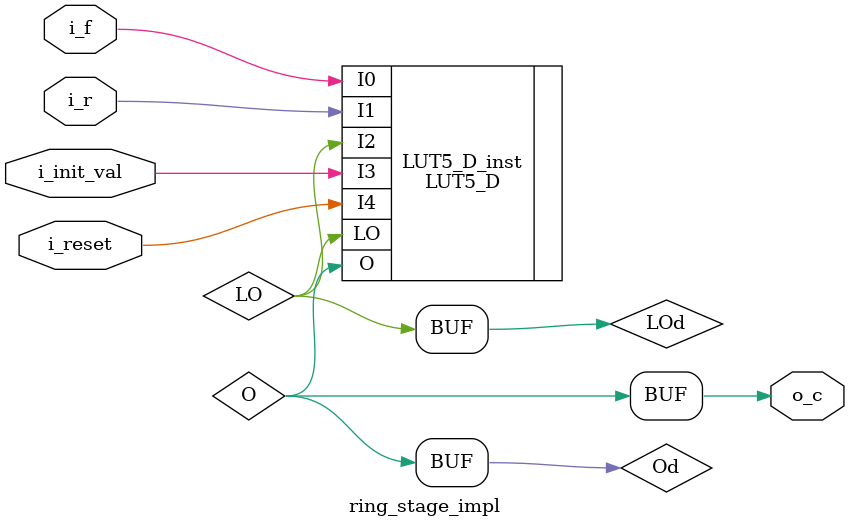
<source format=v>
module ring_stage_impl(
	input wire i_reset,
	input wire i_init_val,
	input wire i_f,
	input wire i_r,
	output wire o_c
	);
wire LO,O;
wire #7 LOd = LO;
wire #11 Od = O;
assign o_c = Od;
LUT5_D #(
//i_reset     1111 1111 1111 1111   0000 0000 0000 0000 
//i_init_val  1111 1111 0000 0000   1111 1111 0000 0000   
//LO          1111 0000 1111 0000   1111 0000 1111 0000   
//i_r         1100 1100 1100 1100   1100 1100 1100 1100
//i_f         1010 1010 1010 1010   1010 1010 1010 1010   
	.INIT(32'b1111_1111_0000_0000___1011_0010_1011_0010) // Specify LUT Contents
) LUT5_D_inst (
.LO(LO), // LUT local output
.O(O), // LUT general output
.I0(i_f), // LUT input
.I1(i_r), // LUT input
.I2(LOd), // LUT input
.I3(i_init_val), // LUT input
.I4(i_reset) // LUT input
);	
endmodule

</source>
